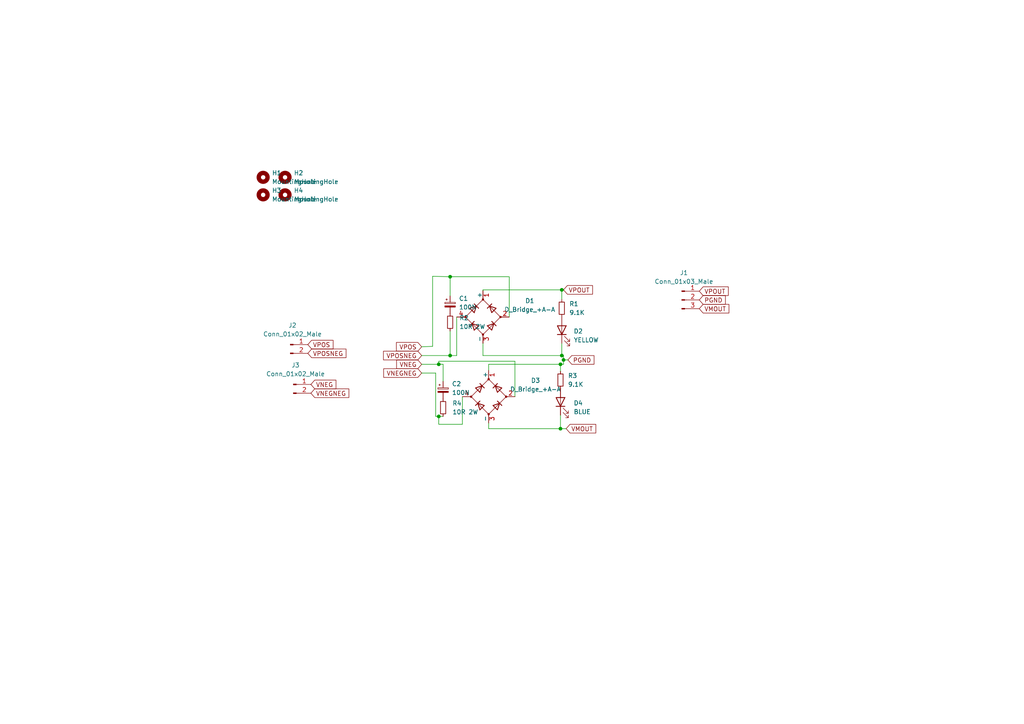
<source format=kicad_sch>
(kicad_sch (version 20230121) (generator eeschema)
  (paper "A4")
  (lib_symbols
    (symbol "Connector:Conn_01x02_Male" (pin_names (offset 1.016) hide)
      (property "Reference" "J" (at 0 2.54 0))
      (property "Value" "Conn_01x02_Male" (at 0 -5.08 0))
      (symbol "Conn_01x02_Male_1_1"
        (polyline (pts (xy 1.27 -2.54) (xy 0.8636 -2.54)) (stroke (width 0.1524)))
        (polyline (pts (xy 1.27 0) (xy 0.8636 0)) (stroke (width 0.1524)))
        (rectangle (start 0.8636 -2.413) (end 0 -2.667) (stroke (width 0.1524)) (fill (type outline)))
        (rectangle (start 0.8636 0.127) (end 0 -0.127) (stroke (width 0.1524)) (fill (type outline)))
        (pin passive line (at 5.08 0 180) (length 3.81) (name "Pin_1") (number "1"))
        (pin passive line (at 5.08 -2.54 180) (length 3.81) (name "Pin_2") (number "2"))
      )
    )
    (symbol "Connector:Conn_01x03_Male" (pin_names (offset 1.016) hide)
      (property "Reference" "J" (at 0 5.08 0))
      (property "Value" "Conn_01x03_Male" (at 0 -5.08 0))
      (symbol "Conn_01x03_Male_1_1"
        (polyline (pts (xy 1.27 -2.54) (xy 0.8636 -2.54)) (stroke (width 0.1524)))
        (polyline (pts (xy 1.27 0) (xy 0.8636 0)) (stroke (width 0.1524)))
        (polyline (pts (xy 1.27 2.54) (xy 0.8636 2.54)) (stroke (width 0.1524)))
        (rectangle (start 0.8636 -2.413) (end 0 -2.667) (stroke (width 0.1524)) (fill (type outline)))
        (rectangle (start 0.8636 0.127) (end 0 -0.127) (stroke (width 0.1524)) (fill (type outline)))
        (rectangle (start 0.8636 2.667) (end 0 2.413) (stroke (width 0.1524)) (fill (type outline)))
        (pin passive line (at 5.08 2.54 180) (length 3.81) (name "Pin_1") (number "1"))
        (pin passive line (at 5.08 0 180) (length 3.81) (name "Pin_2") (number "2"))
        (pin passive line (at 5.08 -2.54 180) (length 3.81) (name "Pin_3") (number "3"))
      )
    )
    (symbol "Device:C_Polarized_Small" (pin_numbers hide) (pin_names (offset 0.254) hide)
      (property "Reference" "C" (at 0.254 1.778 0))
      (property "Value" "C_Polarized_Small" (at 0.254 -2.032 0))
      (symbol "C_Polarized_Small_0_1"
        (rectangle (start -1.524 -0.3048) (end 1.524 -0.6858) (fill (type outline)))
        (rectangle (start -1.524 0.6858) (end 1.524 0.3048))
        (polyline (pts (xy -1.27 1.524) (xy -0.762 1.524)))
        (polyline (pts (xy -1.016 1.27) (xy -1.016 1.778)))
      )
      (symbol "C_Polarized_Small_1_1"
        (pin passive line (at 0 2.54 270) (length 1.8542) (name "~") (number "1"))
        (pin passive line (at 0 -2.54 90) (length 1.8542) (name "~") (number "2"))
      )
    )
    (symbol "Device:D_Bridge_+A-A" (pin_names (offset 0))
      (property "Reference" "D" (at 2.54 6.985 0))
      (property "Value" "D_Bridge_+A-A" (at 2.54 5.08 0))
      (symbol "D_Bridge_+A-A_0_1"
        (circle (center -5.08 0) (radius 0.254) (fill (type outline)))
        (circle (center 0 -5.08) (radius 0.254) (fill (type outline)))
        (polyline (pts (xy -2.54 3.81) (xy -1.27 2.54)) (stroke (width 0.254)))
        (polyline (pts (xy -1.27 -2.54) (xy -2.54 -3.81)) (stroke (width 0.254)))
        (polyline (pts (xy 2.54 -1.27) (xy 3.81 -2.54)) (stroke (width 0.254)))
        (polyline (pts (xy 2.54 1.27) (xy 3.81 2.54)) (stroke (width 0.254)))
        (polyline (pts (xy -3.81 2.54) (xy -2.54 1.27) (xy -1.905 3.175) (xy -3.81 2.54)) (stroke (width 0.254)))
        (polyline (pts (xy -2.54 -1.27) (xy -3.81 -2.54) (xy -1.905 -3.175) (xy -2.54 -1.27)) (stroke (width 0.254)))
        (polyline (pts (xy 1.27 2.54) (xy 2.54 3.81) (xy 3.175 1.905) (xy 1.27 2.54)) (stroke (width 0.254)))
        (polyline (pts (xy 3.175 -1.905) (xy 1.27 -2.54) (xy 2.54 -3.81) (xy 3.175 -1.905)) (stroke (width 0.254)))
        (polyline (pts (xy -5.08 0) (xy 0 -5.08) (xy 5.08 0) (xy 0 5.08) (xy -5.08 0)))
        (circle (center 0 5.08) (radius 0.254) (fill (type outline)))
        (circle (center 5.08 0) (radius 0.254) (fill (type outline)))
      )
      (symbol "D_Bridge_+A-A_1_1"
        (pin passive line (at 7.62 0 180) (length 2.54) (name "+") (number "1"))
        (pin passive line (at 0 -7.62 90) (length 2.54) (name "~") (number "2"))
        (pin passive line (at -7.62 0 0) (length 2.54) (name "-") (number "3"))
        (pin passive line (at 0 7.62 270) (length 2.54) (name "~") (number "4"))
      )
    )
    (symbol "Device:LED" (pin_numbers hide) (pin_names (offset 1.016) hide)
      (property "Reference" "D" (at 0 2.54 0))
      (property "Value" "LED" (at 0 -2.54 0))
      (symbol "LED_0_1"
        (polyline (pts (xy -1.27 -1.27) (xy -1.27 1.27)) (stroke (width 0.254)))
        (polyline (pts (xy -1.27 0) (xy 1.27 0)))
        (polyline (pts (xy 1.27 -1.27) (xy 1.27 1.27) (xy -1.27 0) (xy 1.27 -1.27)) (stroke (width 0.254)))
        (polyline (pts (xy -3.048 -0.762) (xy -4.572 -2.286) (xy -3.81 -2.286) (xy -4.572 -2.286) (xy -4.572 -1.524)))
        (polyline (pts (xy -1.778 -0.762) (xy -3.302 -2.286) (xy -2.54 -2.286) (xy -3.302 -2.286) (xy -3.302 -1.524)))
      )
      (symbol "LED_1_1"
        (pin passive line (at -3.81 0 0) (length 2.54) (name "K") (number "1"))
        (pin passive line (at 3.81 0 180) (length 2.54) (name "A") (number "2"))
      )
    )
    (symbol "Device:R_Small" (pin_numbers hide) (pin_names (offset 0.254) hide)
      (property "Reference" "R" (at 0.762 0.508 0))
      (property "Value" "R_Small" (at 0.762 -1.016 0))
      (symbol "R_Small_0_1"
        (rectangle (start -0.762 1.778) (end 0.762 -1.778) (stroke (width 0.2032)))
      )
      (symbol "R_Small_1_1"
        (pin passive line (at 0 2.54 270) (length 0.762) (name "~") (number "1"))
        (pin passive line (at 0 -2.54 90) (length 0.762) (name "~") (number "2"))
      )
    )
    (symbol "Mechanical:MountingHole" (pin_names (offset 1.016))
      (property "Reference" "H" (at 0 5.08 0))
      (property "Value" "MountingHole" (at 0 3.175 0))
      (symbol "MountingHole_0_1"
        (circle (center 0 0) (radius 1.27) (stroke (width 1.27)))
      )
    )
  )
  (junction (at 162.941 84.074))
  (junction (at 162.56 105.664))
  (junction (at 162.56 124.333))
  (junction (at 130.556 103.124))
  (junction (at 127.254 120.777))
  (junction (at 163.449 104.394))
  (junction (at 130.556 80.264))
  (junction (at 127.254 105.664))
  (junction (at 162.941 103.124))
  (wire (pts (xy 127.254 104.775) (xy 127.254 105.664)))
  (wire (pts (xy 162.56 105.664) (xy 162.56 107.696)))
  (wire (pts (xy 128.524 120.777) (xy 127.254 120.777)))
  (wire (pts (xy 127.254 105.664) (xy 128.524 105.664)))
  (wire (pts (xy 126.365 120.777) (xy 126.365 108.204)))
  (wire (pts (xy 130.556 96.012) (xy 130.556 103.124)))
  (wire (pts (xy 149.352 104.775) (xy 149.352 115.062)))
  (wire (pts (xy 128.524 105.664) (xy 128.524 110.617)))
  (wire (pts (xy 163.449 103.124) (xy 163.449 104.394)))
  (wire (pts (xy 147.701 80.264) (xy 130.556 80.264)))
  (wire (pts (xy 140.081 84.328) (xy 140.081 84.074)))
  (wire (pts (xy 141.732 105.664) (xy 162.56 105.664)))
  (wire (pts (xy 125.476 100.457) (xy 122.301 100.584)))
  (wire (pts (xy 125.476 80.137) (xy 125.476 100.457)))
  (wire (pts (xy 162.941 84.074) (xy 163.449 84.074)))
  (wire (pts (xy 141.732 124.333) (xy 141.732 122.682)))
  (wire (pts (xy 147.701 80.264) (xy 147.701 91.948)))
  (wire (pts (xy 122.301 105.664) (xy 127.254 105.664)))
  (wire (pts (xy 130.556 80.264) (xy 130.556 85.852)))
  (wire (pts (xy 140.081 84.074) (xy 162.941 84.074)))
  (wire (pts (xy 162.56 105.664) (xy 163.449 105.664)))
  (wire (pts (xy 122.301 103.124) (xy 130.556 103.124)))
  (wire (pts (xy 132.461 91.948) (xy 132.461 103.124)))
  (wire (pts (xy 141.732 124.333) (xy 162.56 124.333)))
  (wire (pts (xy 140.081 103.124) (xy 162.941 103.124)))
  (wire (pts (xy 127.254 120.777) (xy 127.254 123.063)))
  (wire (pts (xy 130.556 80.264) (xy 125.476 80.137)))
  (wire (pts (xy 134.112 123.063) (xy 127.254 123.063)))
  (wire (pts (xy 162.56 124.333) (xy 164.211 124.333)))
  (wire (pts (xy 122.301 108.204) (xy 126.365 108.204)))
  (wire (pts (xy 127.254 120.777) (xy 126.365 120.777)))
  (wire (pts (xy 162.941 84.074) (xy 162.941 86.868)))
  (wire (pts (xy 141.732 105.664) (xy 141.732 107.442)))
  (wire (pts (xy 140.081 99.568) (xy 140.081 103.124)))
  (wire (pts (xy 162.941 99.568) (xy 162.941 103.124)))
  (wire (pts (xy 163.449 104.394) (xy 163.449 105.664)))
  (wire (pts (xy 130.556 103.124) (xy 132.461 103.124)))
  (wire (pts (xy 162.941 103.124) (xy 163.449 103.124)))
  (wire (pts (xy 134.112 115.062) (xy 134.112 123.063)))
  (wire (pts (xy 149.352 104.775) (xy 127.254 104.775)))
  (wire (pts (xy 163.449 104.394) (xy 164.719 104.394)))
  (wire (pts (xy 162.56 120.396) (xy 162.56 124.333)))
  (global_label "VPOUT" (shape input) (at 163.449 84.074 0) (property "Intersheetrefs" "${INTERSHEET_REFS}" (effects hide)))
  (global_label "VPOSNEG" (shape input) (at 122.301 103.124 180) (property "Intersheetrefs" "${INTERSHEET_REFS}" (effects hide)))
  (global_label "VMOUT" (shape input) (at 164.211 124.333 0) (property "Intersheetrefs" "${INTERSHEET_REFS}" (effects hide)))
  (global_label "VPOS" (shape input) (at 89.281 99.949 0) (property "Intersheetrefs" "${INTERSHEET_REFS}" (effects hide)))
  (global_label "VNEGNEG" (shape input) (at 122.301 108.204 180) (property "Intersheetrefs" "${INTERSHEET_REFS}" (effects hide)))
  (global_label "VPOUT" (shape input) (at 202.819 84.455 0) (property "Intersheetrefs" "${INTERSHEET_REFS}" (effects hide)))
  (global_label "VMOUT" (shape input) (at 202.819 89.535 0) (property "Intersheetrefs" "${INTERSHEET_REFS}" (effects hide)))
  (global_label "VNEG" (shape input) (at 122.301 105.664 180) (property "Intersheetrefs" "${INTERSHEET_REFS}" (effects hide)))
  (global_label "PGND" (shape input) (at 164.719 104.394 0) (property "Intersheetrefs" "${INTERSHEET_REFS}" (effects hide)))
  (global_label "VPOSNEG" (shape input) (at 89.281 102.489 0) (property "Intersheetrefs" "${INTERSHEET_REFS}" (effects hide)))
  (global_label "PGND" (shape input) (at 202.819 86.995 0) (property "Intersheetrefs" "${INTERSHEET_REFS}" (effects hide)))
  (global_label "VPOS" (shape input) (at 122.301 100.584 180) (property "Intersheetrefs" "${INTERSHEET_REFS}" (effects hide)))
  (global_label "VNEGNEG" (shape input) (at 90.17 114.046 0) (property "Intersheetrefs" "${INTERSHEET_REFS}" (effects hide)))
  (global_label "VNEG" (shape input) (at 90.17 111.506 0) (property "Intersheetrefs" "${INTERSHEET_REFS}" (effects hide)))
  (symbol (lib_id "Device:D_Bridge_+A-A") (at 141.732 115.062 90) (unit 1)
    (property "Reference" "D3" (at 155.321 110.363 90))
    (property "Value" "D_Bridge_+A-A" (at 155.321 112.903 90))
    (property "Footprint" "Diode_THT:Diode_Bridge_19.0x19.0x6.8mm_P12.7mm" (effects hide))
  )
  (symbol (lib_id "Connector:Conn_01x02_Male") (at 84.201 99.949 0) (unit 1)
    (property "Reference" "J2" (at 84.836 94.361 0))
    (property "Value" "Conn_01x02_Male" (at 84.836 96.901 0))
    (property "Footprint" "Connector_JST:JST_VH_B2P-VH-B_1x02_P3.96mm_Vertical" (effects hide))
  )
  (symbol (lib_id "Device:R_Small") (at 162.56 110.236 0) (unit 1)
    (property "Reference" "R3" (at 164.719 108.9659 0) (effects (justify left)))
    (property "Value" "9.1K" (at 164.719 111.5059 0) (effects (justify left)))
    (property "Footprint" "Resistor_SMD:R_0805_2012Metric_Pad1.20x1.40mm_HandSolder" (effects hide))
  )
  (symbol (lib_id "Mechanical:MountingHole") (at 76.327 56.515 0) (unit 1)
    (property "Reference" "H3" (at 78.867 55.2449 0) (effects (justify left)))
    (property "Value" "MountingHole" (at 78.867 57.7849 0) (effects (justify left)))
    (property "Footprint" "MountingHole:MountingHole_3mm" (effects hide))
  )
  (symbol (lib_id "Mechanical:MountingHole") (at 76.327 51.435 0) (unit 1)
    (property "Reference" "H1" (at 78.867 50.1649 0) (effects (justify left)))
    (property "Value" "MountingHole" (at 78.867 52.7049 0) (effects (justify left)))
    (property "Footprint" "MountingHole:MountingHole_3mm" (effects hide))
  )
  (symbol (lib_id "Device:D_Bridge_+A-A") (at 140.081 91.948 90) (unit 1)
    (property "Reference" "D1" (at 153.67 87.249 90))
    (property "Value" "D_Bridge_+A-A" (at 153.67 89.789 90))
    (property "Footprint" "Diode_THT:Diode_Bridge_19.0x19.0x6.8mm_P12.7mm" (effects hide))
  )
  (symbol (lib_id "Device:LED") (at 162.941 95.758 90) (unit 1)
    (property "Reference" "D2" (at 166.37 96.0754 90) (effects (justify right)))
    (property "Value" "YELLOW" (at 166.37 98.6154 90) (effects (justify right)))
    (property "Footprint" "LED_SMD:LED_0805_2012Metric_Pad1.15x1.40mm_HandSolder" (effects hide))
  )
  (symbol (lib_id "Connector:Conn_01x02_Male") (at 85.09 111.506 0) (unit 1)
    (property "Reference" "J3" (at 85.725 105.918 0))
    (property "Value" "Conn_01x02_Male" (at 85.725 108.458 0))
    (property "Footprint" "Connector_JST:JST_VH_B2P-VH-B_1x02_P3.96mm_Vertical" (effects hide))
  )
  (symbol (lib_id "Connector:Conn_01x03_Male") (at 197.739 86.995 0) (unit 1)
    (property "Reference" "J1" (at 198.374 79.121 0))
    (property "Value" "Conn_01x03_Male" (at 198.374 81.661 0))
    (property "Footprint" "Connector_JST:JST_VH_B3P-VH_1x03_P3.96mm_Vertical" (effects hide))
  )
  (symbol (lib_id "Mechanical:MountingHole") (at 82.677 56.515 0) (unit 1)
    (property "Reference" "H4" (at 85.217 55.2449 0) (effects (justify left)))
    (property "Value" "MountingHole" (at 85.217 57.7849 0) (effects (justify left)))
    (property "Footprint" "MountingHole:MountingHole_3.2mm_M3" (effects hide))
  )
  (symbol (lib_id "Device:LED") (at 162.56 116.586 90) (unit 1)
    (property "Reference" "D4" (at 166.37 116.9034 90) (effects (justify right)))
    (property "Value" "BLUE" (at 166.37 119.4434 90) (effects (justify right)))
    (property "Footprint" "LED_SMD:LED_0805_2012Metric_Pad1.15x1.40mm_HandSolder" (effects hide))
  )
  (symbol (lib_id "Device:R_Small") (at 162.941 89.408 0) (unit 1)
    (property "Reference" "R1" (at 165.1 88.1379 0) (effects (justify left)))
    (property "Value" "9.1K" (at 165.1 90.6779 0) (effects (justify left)))
    (property "Footprint" "Resistor_SMD:R_0805_2012Metric_Pad1.20x1.40mm_HandSolder" (effects hide))
  )
  (symbol (lib_id "Device:C_Polarized_Small") (at 128.524 113.157 0) (unit 1)
    (property "Reference" "C2" (at 131.064 111.3408 0) (effects (justify left)))
    (property "Value" "100N" (at 131.064 113.8808 0) (effects (justify left)))
    (property "Footprint" "Capacitor_THT:C_Rect_L13.0mm_W6.0mm_P10.00mm_FKS3_FKP3_MKS4" (effects hide))
  )
  (symbol (lib_id "Device:C_Polarized_Small") (at 130.556 88.392 0) (unit 1)
    (property "Reference" "C1" (at 133.096 86.5758 0) (effects (justify left)))
    (property "Value" "100N" (at 133.096 89.1158 0) (effects (justify left)))
    (property "Footprint" "Capacitor_THT:C_Rect_L13.0mm_W6.0mm_P10.00mm_FKS3_FKP3_MKS4" (effects hide))
  )
  (symbol (lib_id "Mechanical:MountingHole") (at 82.677 51.435 0) (unit 1)
    (property "Reference" "H2" (at 85.217 50.1649 0) (effects (justify left)))
    (property "Value" "MountingHole" (at 85.217 52.7049 0) (effects (justify left)))
    (property "Footprint" "MountingHole:MountingHole_3.2mm_M3" (effects hide))
  )
  (symbol (lib_id "Device:R_Small") (at 130.556 93.472 0) (unit 1)
    (property "Reference" "R2" (at 133.223 92.2019 0) (effects (justify left)))
    (property "Value" "10R 2W" (at 133.223 94.7419 0) (effects (justify left)))
    (property "Footprint" "Resistor_THT:R_Axial_DIN0411_L9.9mm_D3.6mm_P15.24mm_Horizontal" (effects hide))
  )
  (symbol (lib_id "Device:R_Small") (at 128.524 118.237 0) (unit 1)
    (property "Reference" "R4" (at 131.191 116.9669 0) (effects (justify left)))
    (property "Value" "10R 2W" (at 131.191 119.5069 0) (effects (justify left)))
    (property "Footprint" "Resistor_THT:R_Axial_DIN0411_L9.9mm_D3.6mm_P15.24mm_Horizontal" (effects hide))
  )
)
</source>
